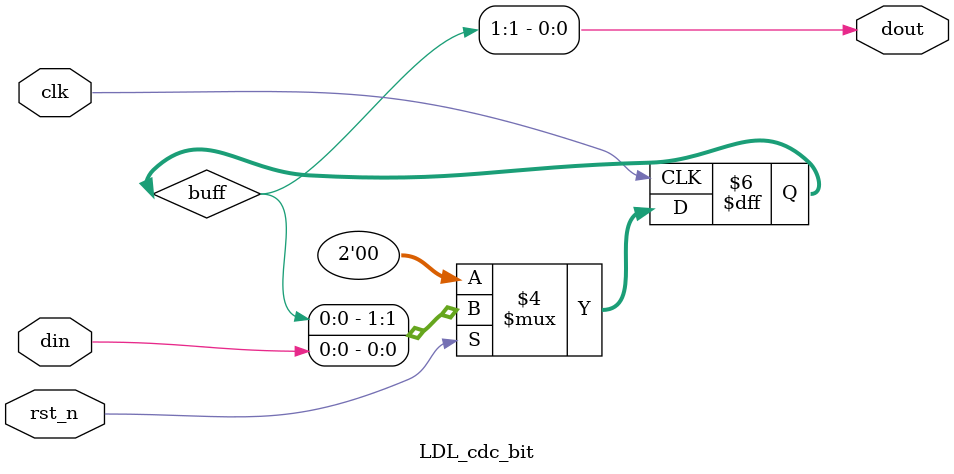
<source format=sv>

module  LDL_cdc_bit
#(parameter
    DELAY = 2   // min. is 2
)(
     input        clk
   , input        rst_n  // 0 is reset
   , input        din
   ,output        dout
);

reg  [DELAY -1:0]  buff;

always @(posedge clk) begin
    if (!rst_n)
        buff <= '0;
    else
        buff <= {buff[DELAY -2:0], din};
end

assign  dout = buff[DELAY -1];

endmodule // Logic Design Lib.


</source>
